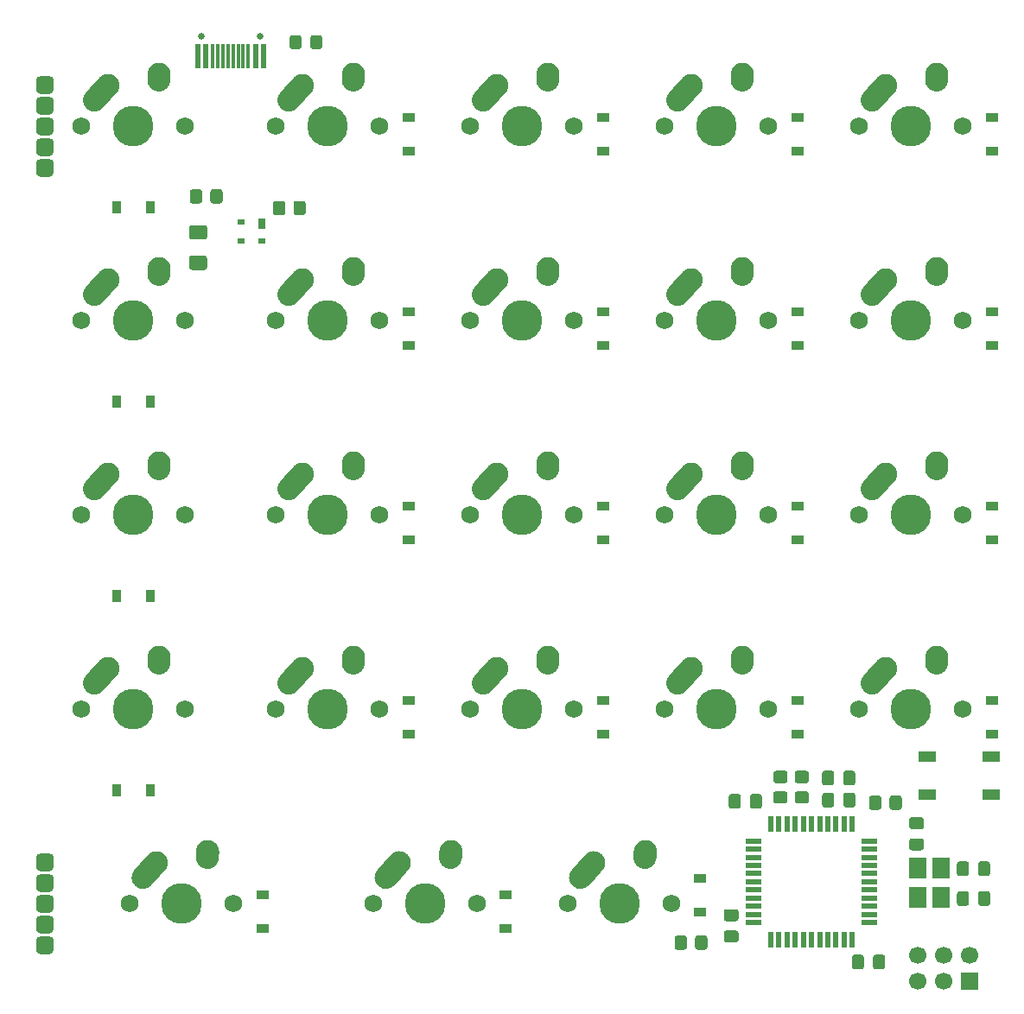
<source format=gbs>
%TF.GenerationSoftware,KiCad,Pcbnew,(5.1.12)-1*%
%TF.CreationDate,2022-01-05T00:46:49-05:00*%
%TF.ProjectId,gasket-2,6761736b-6574-42d3-922e-6b696361645f,rev?*%
%TF.SameCoordinates,Original*%
%TF.FileFunction,Soldermask,Bot*%
%TF.FilePolarity,Negative*%
%FSLAX46Y46*%
G04 Gerber Fmt 4.6, Leading zero omitted, Abs format (unit mm)*
G04 Created by KiCad (PCBNEW (5.1.12)-1) date 2022-01-05 00:46:49*
%MOMM*%
%LPD*%
G01*
G04 APERTURE LIST*
%ADD10C,1.750000*%
%ADD11C,2.250000*%
%ADD12C,3.987800*%
%ADD13R,1.800000X2.100000*%
%ADD14R,0.600000X2.450000*%
%ADD15R,0.300000X2.450000*%
%ADD16C,0.650000*%
%ADD17R,0.700000X0.600000*%
%ADD18R,0.700000X1.000000*%
%ADD19R,0.550000X1.500000*%
%ADD20R,1.500000X0.550000*%
%ADD21R,1.800000X1.100000*%
%ADD22R,1.700000X1.700000*%
%ADD23C,1.700000*%
%ADD24R,1.200000X0.900000*%
%ADD25R,0.900000X1.200000*%
G04 APERTURE END LIST*
D10*
%TO.C,MX25*%
X131286250Y-50006250D03*
X121126250Y-50006250D03*
D11*
X123706250Y-46006250D03*
D12*
X126206250Y-50006250D03*
G36*
G01*
X121644938Y-48303600D02*
X121644933Y-48303595D01*
G75*
G02*
X121558905Y-46714933I751317J837345D01*
G01*
X122868907Y-45254933D01*
G75*
G02*
X124457569Y-45168905I837345J-751317D01*
G01*
X124457569Y-45168905D01*
G75*
G02*
X124543597Y-46757567I-751317J-837345D01*
G01*
X123233595Y-48217567D01*
G75*
G02*
X121644933Y-48303595I-837345J751317D01*
G01*
G37*
D11*
X128746250Y-44926250D03*
G36*
G01*
X128629733Y-46628645D02*
X128628847Y-46628584D01*
G75*
G02*
X127583916Y-45428847I77403J1122334D01*
G01*
X127623916Y-44848847D01*
G75*
G02*
X128823653Y-43803916I1122334J-77403D01*
G01*
X128823653Y-43803916D01*
G75*
G02*
X129868584Y-45003653I-77403J-1122334D01*
G01*
X129828584Y-45583653D01*
G75*
G02*
X128628847Y-46628584I-1122334J77403D01*
G01*
G37*
%TD*%
D10*
%TO.C,MX26*%
X131286250Y-69056250D03*
X121126250Y-69056250D03*
D11*
X123706250Y-65056250D03*
D12*
X126206250Y-69056250D03*
G36*
G01*
X121644938Y-67353600D02*
X121644933Y-67353595D01*
G75*
G02*
X121558905Y-65764933I751317J837345D01*
G01*
X122868907Y-64304933D01*
G75*
G02*
X124457569Y-64218905I837345J-751317D01*
G01*
X124457569Y-64218905D01*
G75*
G02*
X124543597Y-65807567I-751317J-837345D01*
G01*
X123233595Y-67267567D01*
G75*
G02*
X121644933Y-67353595I-837345J751317D01*
G01*
G37*
D11*
X128746250Y-63976250D03*
G36*
G01*
X128629733Y-65678645D02*
X128628847Y-65678584D01*
G75*
G02*
X127583916Y-64478847I77403J1122334D01*
G01*
X127623916Y-63898847D01*
G75*
G02*
X128823653Y-62853916I1122334J-77403D01*
G01*
X128823653Y-62853916D01*
G75*
G02*
X129868584Y-64053653I-77403J-1122334D01*
G01*
X129828584Y-64633653D01*
G75*
G02*
X128628847Y-65678584I-1122334J77403D01*
G01*
G37*
%TD*%
%TO.C,M2*%
G36*
G01*
X118418300Y-102685850D02*
X118418300Y-103562150D01*
G75*
G02*
X117980150Y-104000300I-438150J0D01*
G01*
X117103850Y-104000300D01*
G75*
G02*
X116665700Y-103562150I0J438150D01*
G01*
X116665700Y-102685850D01*
G75*
G02*
X117103850Y-102247700I438150J0D01*
G01*
X117980150Y-102247700D01*
G75*
G02*
X118418300Y-102685850I0J-438150D01*
G01*
G37*
G36*
G01*
X118418300Y-104717850D02*
X118418300Y-105594150D01*
G75*
G02*
X117980150Y-106032300I-438150J0D01*
G01*
X117103850Y-106032300D01*
G75*
G02*
X116665700Y-105594150I0J438150D01*
G01*
X116665700Y-104717850D01*
G75*
G02*
X117103850Y-104279700I438150J0D01*
G01*
X117980150Y-104279700D01*
G75*
G02*
X118418300Y-104717850I0J-438150D01*
G01*
G37*
G36*
G01*
X118418300Y-106749850D02*
X118418300Y-107626150D01*
G75*
G02*
X117980150Y-108064300I-438150J0D01*
G01*
X117103850Y-108064300D01*
G75*
G02*
X116665700Y-107626150I0J438150D01*
G01*
X116665700Y-106749850D01*
G75*
G02*
X117103850Y-106311700I438150J0D01*
G01*
X117980150Y-106311700D01*
G75*
G02*
X118418300Y-106749850I0J-438150D01*
G01*
G37*
G36*
G01*
X118418300Y-108781850D02*
X118418300Y-109658150D01*
G75*
G02*
X117980150Y-110096300I-438150J0D01*
G01*
X117103850Y-110096300D01*
G75*
G02*
X116665700Y-109658150I0J438150D01*
G01*
X116665700Y-108781850D01*
G75*
G02*
X117103850Y-108343700I438150J0D01*
G01*
X117980150Y-108343700D01*
G75*
G02*
X118418300Y-108781850I0J-438150D01*
G01*
G37*
G36*
G01*
X118418300Y-110813850D02*
X118418300Y-111690150D01*
G75*
G02*
X117980150Y-112128300I-438150J0D01*
G01*
X117103850Y-112128300D01*
G75*
G02*
X116665700Y-111690150I0J438150D01*
G01*
X116665700Y-110813850D01*
G75*
G02*
X117103850Y-110375700I438150J0D01*
G01*
X117980150Y-110375700D01*
G75*
G02*
X118418300Y-110813850I0J-438150D01*
G01*
G37*
%TD*%
%TO.C,M1*%
G36*
G01*
X116663700Y-35490150D02*
X116663700Y-34613850D01*
G75*
G02*
X117101850Y-34175700I438150J0D01*
G01*
X117978150Y-34175700D01*
G75*
G02*
X118416300Y-34613850I0J-438150D01*
G01*
X118416300Y-35490150D01*
G75*
G02*
X117978150Y-35928300I-438150J0D01*
G01*
X117101850Y-35928300D01*
G75*
G02*
X116663700Y-35490150I0J438150D01*
G01*
G37*
G36*
G01*
X116663700Y-33458150D02*
X116663700Y-32581850D01*
G75*
G02*
X117101850Y-32143700I438150J0D01*
G01*
X117978150Y-32143700D01*
G75*
G02*
X118416300Y-32581850I0J-438150D01*
G01*
X118416300Y-33458150D01*
G75*
G02*
X117978150Y-33896300I-438150J0D01*
G01*
X117101850Y-33896300D01*
G75*
G02*
X116663700Y-33458150I0J438150D01*
G01*
G37*
G36*
G01*
X116663700Y-31426150D02*
X116663700Y-30549850D01*
G75*
G02*
X117101850Y-30111700I438150J0D01*
G01*
X117978150Y-30111700D01*
G75*
G02*
X118416300Y-30549850I0J-438150D01*
G01*
X118416300Y-31426150D01*
G75*
G02*
X117978150Y-31864300I-438150J0D01*
G01*
X117101850Y-31864300D01*
G75*
G02*
X116663700Y-31426150I0J438150D01*
G01*
G37*
G36*
G01*
X116663700Y-29394150D02*
X116663700Y-28517850D01*
G75*
G02*
X117101850Y-28079700I438150J0D01*
G01*
X117978150Y-28079700D01*
G75*
G02*
X118416300Y-28517850I0J-438150D01*
G01*
X118416300Y-29394150D01*
G75*
G02*
X117978150Y-29832300I-438150J0D01*
G01*
X117101850Y-29832300D01*
G75*
G02*
X116663700Y-29394150I0J438150D01*
G01*
G37*
G36*
G01*
X116663700Y-27362150D02*
X116663700Y-26485850D01*
G75*
G02*
X117101850Y-26047700I438150J0D01*
G01*
X117978150Y-26047700D01*
G75*
G02*
X118416300Y-26485850I0J-438150D01*
G01*
X118416300Y-27362150D01*
G75*
G02*
X117978150Y-27800300I-438150J0D01*
G01*
X117101850Y-27800300D01*
G75*
G02*
X116663700Y-27362150I0J438150D01*
G01*
G37*
%TD*%
D10*
%TO.C,MX24*%
X131286250Y-30956250D03*
X121126250Y-30956250D03*
D11*
X123706250Y-26956250D03*
D12*
X126206250Y-30956250D03*
G36*
G01*
X121644938Y-29253600D02*
X121644933Y-29253595D01*
G75*
G02*
X121558905Y-27664933I751317J837345D01*
G01*
X122868907Y-26204933D01*
G75*
G02*
X124457569Y-26118905I837345J-751317D01*
G01*
X124457569Y-26118905D01*
G75*
G02*
X124543597Y-27707567I-751317J-837345D01*
G01*
X123233595Y-29167567D01*
G75*
G02*
X121644933Y-29253595I-837345J751317D01*
G01*
G37*
D11*
X128746250Y-25876250D03*
G36*
G01*
X128629733Y-27578645D02*
X128628847Y-27578584D01*
G75*
G02*
X127583916Y-26378847I77403J1122334D01*
G01*
X127623916Y-25798847D01*
G75*
G02*
X128823653Y-24753916I1122334J-77403D01*
G01*
X128823653Y-24753916D01*
G75*
G02*
X129868584Y-25953653I-77403J-1122334D01*
G01*
X129828584Y-26533653D01*
G75*
G02*
X128628847Y-27578584I-1122334J77403D01*
G01*
G37*
%TD*%
%TO.C,FB1*%
G36*
G01*
X142670000Y-22282999D02*
X142670000Y-23183001D01*
G75*
G02*
X142420001Y-23433000I-249999J0D01*
G01*
X141769999Y-23433000D01*
G75*
G02*
X141520000Y-23183001I0J249999D01*
G01*
X141520000Y-22282999D01*
G75*
G02*
X141769999Y-22033000I249999J0D01*
G01*
X142420001Y-22033000D01*
G75*
G02*
X142670000Y-22282999I0J-249999D01*
G01*
G37*
G36*
G01*
X144720000Y-22282999D02*
X144720000Y-23183001D01*
G75*
G02*
X144470001Y-23433000I-249999J0D01*
G01*
X143819999Y-23433000D01*
G75*
G02*
X143570000Y-23183001I0J249999D01*
G01*
X143570000Y-22282999D01*
G75*
G02*
X143819999Y-22033000I249999J0D01*
G01*
X144470001Y-22033000D01*
G75*
G02*
X144720000Y-22282999I0J-249999D01*
G01*
G37*
%TD*%
D10*
%TO.C,MX46*%
X207486250Y-88106250D03*
X197326250Y-88106250D03*
D11*
X199906250Y-84106250D03*
D12*
X202406250Y-88106250D03*
G36*
G01*
X197844938Y-86403600D02*
X197844933Y-86403595D01*
G75*
G02*
X197758905Y-84814933I751317J837345D01*
G01*
X199068907Y-83354933D01*
G75*
G02*
X200657569Y-83268905I837345J-751317D01*
G01*
X200657569Y-83268905D01*
G75*
G02*
X200743597Y-84857567I-751317J-837345D01*
G01*
X199433595Y-86317567D01*
G75*
G02*
X197844933Y-86403595I-837345J751317D01*
G01*
G37*
D11*
X204946250Y-83026250D03*
G36*
G01*
X204829733Y-84728645D02*
X204828847Y-84728584D01*
G75*
G02*
X203783916Y-83528847I77403J1122334D01*
G01*
X203823916Y-82948847D01*
G75*
G02*
X205023653Y-81903916I1122334J-77403D01*
G01*
X205023653Y-81903916D01*
G75*
G02*
X206068584Y-83103653I-77403J-1122334D01*
G01*
X206028584Y-83683653D01*
G75*
G02*
X204828847Y-84728584I-1122334J77403D01*
G01*
G37*
%TD*%
D10*
%TO.C,MX42*%
X188436250Y-88106250D03*
X178276250Y-88106250D03*
D11*
X180856250Y-84106250D03*
D12*
X183356250Y-88106250D03*
G36*
G01*
X178794938Y-86403600D02*
X178794933Y-86403595D01*
G75*
G02*
X178708905Y-84814933I751317J837345D01*
G01*
X180018907Y-83354933D01*
G75*
G02*
X181607569Y-83268905I837345J-751317D01*
G01*
X181607569Y-83268905D01*
G75*
G02*
X181693597Y-84857567I-751317J-837345D01*
G01*
X180383595Y-86317567D01*
G75*
G02*
X178794933Y-86403595I-837345J751317D01*
G01*
G37*
D11*
X185896250Y-83026250D03*
G36*
G01*
X185779733Y-84728645D02*
X185778847Y-84728584D01*
G75*
G02*
X184733916Y-83528847I77403J1122334D01*
G01*
X184773916Y-82948847D01*
G75*
G02*
X185973653Y-81903916I1122334J-77403D01*
G01*
X185973653Y-81903916D01*
G75*
G02*
X187018584Y-83103653I-77403J-1122334D01*
G01*
X186978584Y-83683653D01*
G75*
G02*
X185778847Y-84728584I-1122334J77403D01*
G01*
G37*
%TD*%
D10*
%TO.C,MX39*%
X188436250Y-30956250D03*
X178276250Y-30956250D03*
D11*
X180856250Y-26956250D03*
D12*
X183356250Y-30956250D03*
G36*
G01*
X178794938Y-29253600D02*
X178794933Y-29253595D01*
G75*
G02*
X178708905Y-27664933I751317J837345D01*
G01*
X180018907Y-26204933D01*
G75*
G02*
X181607569Y-26118905I837345J-751317D01*
G01*
X181607569Y-26118905D01*
G75*
G02*
X181693597Y-27707567I-751317J-837345D01*
G01*
X180383595Y-29167567D01*
G75*
G02*
X178794933Y-29253595I-837345J751317D01*
G01*
G37*
D11*
X185896250Y-25876250D03*
G36*
G01*
X185779733Y-27578645D02*
X185778847Y-27578584D01*
G75*
G02*
X184733916Y-26378847I77403J1122334D01*
G01*
X184773916Y-25798847D01*
G75*
G02*
X185973653Y-24753916I1122334J-77403D01*
G01*
X185973653Y-24753916D01*
G75*
G02*
X187018584Y-25953653I-77403J-1122334D01*
G01*
X186978584Y-26533653D01*
G75*
G02*
X185778847Y-27578584I-1122334J77403D01*
G01*
G37*
%TD*%
D13*
%TO.C,Y1*%
X203066000Y-106606000D03*
X203066000Y-103706000D03*
X205366000Y-103706000D03*
X205366000Y-106606000D03*
%TD*%
D14*
%TO.C,USB1*%
X138956250Y-24070000D03*
X132506250Y-24070000D03*
X138181250Y-24070000D03*
X133281250Y-24070000D03*
D15*
X133981250Y-24070000D03*
X137481250Y-24070000D03*
X134481250Y-24070000D03*
X136981250Y-24070000D03*
X134981250Y-24070000D03*
X136481250Y-24070000D03*
X135981250Y-24070000D03*
X135481250Y-24070000D03*
D16*
X138621250Y-22125000D03*
X132841250Y-22125000D03*
%TD*%
D17*
%TO.C,U2*%
X136763250Y-42225000D03*
X138763250Y-42225000D03*
X136763250Y-40325000D03*
D18*
X138763250Y-40525000D03*
%TD*%
D19*
%TO.C,U1*%
X188659000Y-99329000D03*
X189459000Y-99329000D03*
X190259000Y-99329000D03*
X191059000Y-99329000D03*
X191859000Y-99329000D03*
X192659000Y-99329000D03*
X193459000Y-99329000D03*
X194259000Y-99329000D03*
X195059000Y-99329000D03*
X195859000Y-99329000D03*
X196659000Y-99329000D03*
D20*
X198359000Y-101029000D03*
X198359000Y-101829000D03*
X198359000Y-102629000D03*
X198359000Y-103429000D03*
X198359000Y-104229000D03*
X198359000Y-105029000D03*
X198359000Y-105829000D03*
X198359000Y-106629000D03*
X198359000Y-107429000D03*
X198359000Y-108229000D03*
X198359000Y-109029000D03*
D19*
X196659000Y-110729000D03*
X195859000Y-110729000D03*
X195059000Y-110729000D03*
X194259000Y-110729000D03*
X193459000Y-110729000D03*
X192659000Y-110729000D03*
X191859000Y-110729000D03*
X191059000Y-110729000D03*
X190259000Y-110729000D03*
X189459000Y-110729000D03*
X188659000Y-110729000D03*
D20*
X186959000Y-109029000D03*
X186959000Y-108229000D03*
X186959000Y-107429000D03*
X186959000Y-106629000D03*
X186959000Y-105829000D03*
X186959000Y-105029000D03*
X186959000Y-104229000D03*
X186959000Y-103429000D03*
X186959000Y-102629000D03*
X186959000Y-101829000D03*
X186959000Y-101029000D03*
%TD*%
D21*
%TO.C,SW1*%
X210237000Y-92765000D03*
X204037000Y-92765000D03*
X210237000Y-96465000D03*
X204037000Y-96465000D03*
%TD*%
%TO.C,R6*%
G36*
G01*
X192157001Y-97358000D02*
X191256999Y-97358000D01*
G75*
G02*
X191007000Y-97108001I0J249999D01*
G01*
X191007000Y-96407999D01*
G75*
G02*
X191256999Y-96158000I249999J0D01*
G01*
X192157001Y-96158000D01*
G75*
G02*
X192407000Y-96407999I0J-249999D01*
G01*
X192407000Y-97108001D01*
G75*
G02*
X192157001Y-97358000I-249999J0D01*
G01*
G37*
G36*
G01*
X192157001Y-95358000D02*
X191256999Y-95358000D01*
G75*
G02*
X191007000Y-95108001I0J249999D01*
G01*
X191007000Y-94407999D01*
G75*
G02*
X191256999Y-94158000I249999J0D01*
G01*
X192157001Y-94158000D01*
G75*
G02*
X192407000Y-94407999I0J-249999D01*
G01*
X192407000Y-95108001D01*
G75*
G02*
X192157001Y-95358000I-249999J0D01*
G01*
G37*
%TD*%
%TO.C,R5*%
G36*
G01*
X190061001Y-97358000D02*
X189160999Y-97358000D01*
G75*
G02*
X188911000Y-97108001I0J249999D01*
G01*
X188911000Y-96407999D01*
G75*
G02*
X189160999Y-96158000I249999J0D01*
G01*
X190061001Y-96158000D01*
G75*
G02*
X190311000Y-96407999I0J-249999D01*
G01*
X190311000Y-97108001D01*
G75*
G02*
X190061001Y-97358000I-249999J0D01*
G01*
G37*
G36*
G01*
X190061001Y-95358000D02*
X189160999Y-95358000D01*
G75*
G02*
X188911000Y-95108001I0J249999D01*
G01*
X188911000Y-94407999D01*
G75*
G02*
X189160999Y-94158000I249999J0D01*
G01*
X190061001Y-94158000D01*
G75*
G02*
X190311000Y-94407999I0J-249999D01*
G01*
X190311000Y-95108001D01*
G75*
G02*
X190061001Y-95358000I-249999J0D01*
G01*
G37*
%TD*%
%TO.C,R4*%
G36*
G01*
X132950000Y-37395999D02*
X132950000Y-38296001D01*
G75*
G02*
X132700001Y-38546000I-249999J0D01*
G01*
X131999999Y-38546000D01*
G75*
G02*
X131750000Y-38296001I0J249999D01*
G01*
X131750000Y-37395999D01*
G75*
G02*
X131999999Y-37146000I249999J0D01*
G01*
X132700001Y-37146000D01*
G75*
G02*
X132950000Y-37395999I0J-249999D01*
G01*
G37*
G36*
G01*
X134950000Y-37395999D02*
X134950000Y-38296001D01*
G75*
G02*
X134700001Y-38546000I-249999J0D01*
G01*
X133999999Y-38546000D01*
G75*
G02*
X133750000Y-38296001I0J249999D01*
G01*
X133750000Y-37395999D01*
G75*
G02*
X133999999Y-37146000I249999J0D01*
G01*
X134700001Y-37146000D01*
G75*
G02*
X134950000Y-37395999I0J-249999D01*
G01*
G37*
%TD*%
%TO.C,R3*%
G36*
G01*
X141894000Y-39439001D02*
X141894000Y-38538999D01*
G75*
G02*
X142143999Y-38289000I249999J0D01*
G01*
X142844001Y-38289000D01*
G75*
G02*
X143094000Y-38538999I0J-249999D01*
G01*
X143094000Y-39439001D01*
G75*
G02*
X142844001Y-39689000I-249999J0D01*
G01*
X142143999Y-39689000D01*
G75*
G02*
X141894000Y-39439001I0J249999D01*
G01*
G37*
G36*
G01*
X139894000Y-39439001D02*
X139894000Y-38538999D01*
G75*
G02*
X140143999Y-38289000I249999J0D01*
G01*
X140844001Y-38289000D01*
G75*
G02*
X141094000Y-38538999I0J-249999D01*
G01*
X141094000Y-39439001D01*
G75*
G02*
X140844001Y-39689000I-249999J0D01*
G01*
X140143999Y-39689000D01*
G75*
G02*
X139894000Y-39439001I0J249999D01*
G01*
G37*
%TD*%
%TO.C,R2*%
G36*
G01*
X179248000Y-111448001D02*
X179248000Y-110547999D01*
G75*
G02*
X179497999Y-110298000I249999J0D01*
G01*
X180198001Y-110298000D01*
G75*
G02*
X180448000Y-110547999I0J-249999D01*
G01*
X180448000Y-111448001D01*
G75*
G02*
X180198001Y-111698000I-249999J0D01*
G01*
X179497999Y-111698000D01*
G75*
G02*
X179248000Y-111448001I0J249999D01*
G01*
G37*
G36*
G01*
X181248000Y-111448001D02*
X181248000Y-110547999D01*
G75*
G02*
X181497999Y-110298000I249999J0D01*
G01*
X182198001Y-110298000D01*
G75*
G02*
X182448000Y-110547999I0J-249999D01*
G01*
X182448000Y-111448001D01*
G75*
G02*
X182198001Y-111698000I-249999J0D01*
G01*
X181497999Y-111698000D01*
G75*
G02*
X181248000Y-111448001I0J249999D01*
G01*
G37*
%TD*%
%TO.C,R1*%
G36*
G01*
X201498000Y-96831999D02*
X201498000Y-97732001D01*
G75*
G02*
X201248001Y-97982000I-249999J0D01*
G01*
X200547999Y-97982000D01*
G75*
G02*
X200298000Y-97732001I0J249999D01*
G01*
X200298000Y-96831999D01*
G75*
G02*
X200547999Y-96582000I249999J0D01*
G01*
X201248001Y-96582000D01*
G75*
G02*
X201498000Y-96831999I0J-249999D01*
G01*
G37*
G36*
G01*
X199498000Y-96831999D02*
X199498000Y-97732001D01*
G75*
G02*
X199248001Y-97982000I-249999J0D01*
G01*
X198547999Y-97982000D01*
G75*
G02*
X198298000Y-97732001I0J249999D01*
G01*
X198298000Y-96831999D01*
G75*
G02*
X198547999Y-96582000I249999J0D01*
G01*
X199248001Y-96582000D01*
G75*
G02*
X199498000Y-96831999I0J-249999D01*
G01*
G37*
%TD*%
D10*
%TO.C,MX45*%
X207486250Y-69056250D03*
X197326250Y-69056250D03*
D11*
X199906250Y-65056250D03*
D12*
X202406250Y-69056250D03*
G36*
G01*
X197844938Y-67353600D02*
X197844933Y-67353595D01*
G75*
G02*
X197758905Y-65764933I751317J837345D01*
G01*
X199068907Y-64304933D01*
G75*
G02*
X200657569Y-64218905I837345J-751317D01*
G01*
X200657569Y-64218905D01*
G75*
G02*
X200743597Y-65807567I-751317J-837345D01*
G01*
X199433595Y-67267567D01*
G75*
G02*
X197844933Y-67353595I-837345J751317D01*
G01*
G37*
D11*
X204946250Y-63976250D03*
G36*
G01*
X204829733Y-65678645D02*
X204828847Y-65678584D01*
G75*
G02*
X203783916Y-64478847I77403J1122334D01*
G01*
X203823916Y-63898847D01*
G75*
G02*
X205023653Y-62853916I1122334J-77403D01*
G01*
X205023653Y-62853916D01*
G75*
G02*
X206068584Y-64053653I-77403J-1122334D01*
G01*
X206028584Y-64633653D01*
G75*
G02*
X204828847Y-65678584I-1122334J77403D01*
G01*
G37*
%TD*%
D10*
%TO.C,MX44*%
X207486250Y-50006250D03*
X197326250Y-50006250D03*
D11*
X199906250Y-46006250D03*
D12*
X202406250Y-50006250D03*
G36*
G01*
X197844938Y-48303600D02*
X197844933Y-48303595D01*
G75*
G02*
X197758905Y-46714933I751317J837345D01*
G01*
X199068907Y-45254933D01*
G75*
G02*
X200657569Y-45168905I837345J-751317D01*
G01*
X200657569Y-45168905D01*
G75*
G02*
X200743597Y-46757567I-751317J-837345D01*
G01*
X199433595Y-48217567D01*
G75*
G02*
X197844933Y-48303595I-837345J751317D01*
G01*
G37*
D11*
X204946250Y-44926250D03*
G36*
G01*
X204829733Y-46628645D02*
X204828847Y-46628584D01*
G75*
G02*
X203783916Y-45428847I77403J1122334D01*
G01*
X203823916Y-44848847D01*
G75*
G02*
X205023653Y-43803916I1122334J-77403D01*
G01*
X205023653Y-43803916D01*
G75*
G02*
X206068584Y-45003653I-77403J-1122334D01*
G01*
X206028584Y-45583653D01*
G75*
G02*
X204828847Y-46628584I-1122334J77403D01*
G01*
G37*
%TD*%
D10*
%TO.C,MX43*%
X207486250Y-30956250D03*
X197326250Y-30956250D03*
D11*
X199906250Y-26956250D03*
D12*
X202406250Y-30956250D03*
G36*
G01*
X197844938Y-29253600D02*
X197844933Y-29253595D01*
G75*
G02*
X197758905Y-27664933I751317J837345D01*
G01*
X199068907Y-26204933D01*
G75*
G02*
X200657569Y-26118905I837345J-751317D01*
G01*
X200657569Y-26118905D01*
G75*
G02*
X200743597Y-27707567I-751317J-837345D01*
G01*
X199433595Y-29167567D01*
G75*
G02*
X197844933Y-29253595I-837345J751317D01*
G01*
G37*
D11*
X204946250Y-25876250D03*
G36*
G01*
X204829733Y-27578645D02*
X204828847Y-27578584D01*
G75*
G02*
X203783916Y-26378847I77403J1122334D01*
G01*
X203823916Y-25798847D01*
G75*
G02*
X205023653Y-24753916I1122334J-77403D01*
G01*
X205023653Y-24753916D01*
G75*
G02*
X206068584Y-25953653I-77403J-1122334D01*
G01*
X206028584Y-26533653D01*
G75*
G02*
X204828847Y-27578584I-1122334J77403D01*
G01*
G37*
%TD*%
D10*
%TO.C,MX41*%
X188436250Y-69056250D03*
X178276250Y-69056250D03*
D11*
X180856250Y-65056250D03*
D12*
X183356250Y-69056250D03*
G36*
G01*
X178794938Y-67353600D02*
X178794933Y-67353595D01*
G75*
G02*
X178708905Y-65764933I751317J837345D01*
G01*
X180018907Y-64304933D01*
G75*
G02*
X181607569Y-64218905I837345J-751317D01*
G01*
X181607569Y-64218905D01*
G75*
G02*
X181693597Y-65807567I-751317J-837345D01*
G01*
X180383595Y-67267567D01*
G75*
G02*
X178794933Y-67353595I-837345J751317D01*
G01*
G37*
D11*
X185896250Y-63976250D03*
G36*
G01*
X185779733Y-65678645D02*
X185778847Y-65678584D01*
G75*
G02*
X184733916Y-64478847I77403J1122334D01*
G01*
X184773916Y-63898847D01*
G75*
G02*
X185973653Y-62853916I1122334J-77403D01*
G01*
X185973653Y-62853916D01*
G75*
G02*
X187018584Y-64053653I-77403J-1122334D01*
G01*
X186978584Y-64633653D01*
G75*
G02*
X185778847Y-65678584I-1122334J77403D01*
G01*
G37*
%TD*%
D10*
%TO.C,MX40*%
X188436250Y-50006250D03*
X178276250Y-50006250D03*
D11*
X180856250Y-46006250D03*
D12*
X183356250Y-50006250D03*
G36*
G01*
X178794938Y-48303600D02*
X178794933Y-48303595D01*
G75*
G02*
X178708905Y-46714933I751317J837345D01*
G01*
X180018907Y-45254933D01*
G75*
G02*
X181607569Y-45168905I837345J-751317D01*
G01*
X181607569Y-45168905D01*
G75*
G02*
X181693597Y-46757567I-751317J-837345D01*
G01*
X180383595Y-48217567D01*
G75*
G02*
X178794933Y-48303595I-837345J751317D01*
G01*
G37*
D11*
X185896250Y-44926250D03*
G36*
G01*
X185779733Y-46628645D02*
X185778847Y-46628584D01*
G75*
G02*
X184733916Y-45428847I77403J1122334D01*
G01*
X184773916Y-44848847D01*
G75*
G02*
X185973653Y-43803916I1122334J-77403D01*
G01*
X185973653Y-43803916D01*
G75*
G02*
X187018584Y-45003653I-77403J-1122334D01*
G01*
X186978584Y-45583653D01*
G75*
G02*
X185778847Y-46628584I-1122334J77403D01*
G01*
G37*
%TD*%
D10*
%TO.C,MX38*%
X178911250Y-107156250D03*
X168751250Y-107156250D03*
D11*
X171331250Y-103156250D03*
D12*
X173831250Y-107156250D03*
G36*
G01*
X169269938Y-105453600D02*
X169269933Y-105453595D01*
G75*
G02*
X169183905Y-103864933I751317J837345D01*
G01*
X170493907Y-102404933D01*
G75*
G02*
X172082569Y-102318905I837345J-751317D01*
G01*
X172082569Y-102318905D01*
G75*
G02*
X172168597Y-103907567I-751317J-837345D01*
G01*
X170858595Y-105367567D01*
G75*
G02*
X169269933Y-105453595I-837345J751317D01*
G01*
G37*
D11*
X176371250Y-102076250D03*
G36*
G01*
X176254733Y-103778645D02*
X176253847Y-103778584D01*
G75*
G02*
X175208916Y-102578847I77403J1122334D01*
G01*
X175248916Y-101998847D01*
G75*
G02*
X176448653Y-100953916I1122334J-77403D01*
G01*
X176448653Y-100953916D01*
G75*
G02*
X177493584Y-102153653I-77403J-1122334D01*
G01*
X177453584Y-102733653D01*
G75*
G02*
X176253847Y-103778584I-1122334J77403D01*
G01*
G37*
%TD*%
D10*
%TO.C,MX37*%
X169386250Y-88106250D03*
X159226250Y-88106250D03*
D11*
X161806250Y-84106250D03*
D12*
X164306250Y-88106250D03*
G36*
G01*
X159744938Y-86403600D02*
X159744933Y-86403595D01*
G75*
G02*
X159658905Y-84814933I751317J837345D01*
G01*
X160968907Y-83354933D01*
G75*
G02*
X162557569Y-83268905I837345J-751317D01*
G01*
X162557569Y-83268905D01*
G75*
G02*
X162643597Y-84857567I-751317J-837345D01*
G01*
X161333595Y-86317567D01*
G75*
G02*
X159744933Y-86403595I-837345J751317D01*
G01*
G37*
D11*
X166846250Y-83026250D03*
G36*
G01*
X166729733Y-84728645D02*
X166728847Y-84728584D01*
G75*
G02*
X165683916Y-83528847I77403J1122334D01*
G01*
X165723916Y-82948847D01*
G75*
G02*
X166923653Y-81903916I1122334J-77403D01*
G01*
X166923653Y-81903916D01*
G75*
G02*
X167968584Y-83103653I-77403J-1122334D01*
G01*
X167928584Y-83683653D01*
G75*
G02*
X166728847Y-84728584I-1122334J77403D01*
G01*
G37*
%TD*%
D10*
%TO.C,MX36*%
X169386250Y-69056250D03*
X159226250Y-69056250D03*
D11*
X161806250Y-65056250D03*
D12*
X164306250Y-69056250D03*
G36*
G01*
X159744938Y-67353600D02*
X159744933Y-67353595D01*
G75*
G02*
X159658905Y-65764933I751317J837345D01*
G01*
X160968907Y-64304933D01*
G75*
G02*
X162557569Y-64218905I837345J-751317D01*
G01*
X162557569Y-64218905D01*
G75*
G02*
X162643597Y-65807567I-751317J-837345D01*
G01*
X161333595Y-67267567D01*
G75*
G02*
X159744933Y-67353595I-837345J751317D01*
G01*
G37*
D11*
X166846250Y-63976250D03*
G36*
G01*
X166729733Y-65678645D02*
X166728847Y-65678584D01*
G75*
G02*
X165683916Y-64478847I77403J1122334D01*
G01*
X165723916Y-63898847D01*
G75*
G02*
X166923653Y-62853916I1122334J-77403D01*
G01*
X166923653Y-62853916D01*
G75*
G02*
X167968584Y-64053653I-77403J-1122334D01*
G01*
X167928584Y-64633653D01*
G75*
G02*
X166728847Y-65678584I-1122334J77403D01*
G01*
G37*
%TD*%
D10*
%TO.C,MX35*%
X169386250Y-50006250D03*
X159226250Y-50006250D03*
D11*
X161806250Y-46006250D03*
D12*
X164306250Y-50006250D03*
G36*
G01*
X159744938Y-48303600D02*
X159744933Y-48303595D01*
G75*
G02*
X159658905Y-46714933I751317J837345D01*
G01*
X160968907Y-45254933D01*
G75*
G02*
X162557569Y-45168905I837345J-751317D01*
G01*
X162557569Y-45168905D01*
G75*
G02*
X162643597Y-46757567I-751317J-837345D01*
G01*
X161333595Y-48217567D01*
G75*
G02*
X159744933Y-48303595I-837345J751317D01*
G01*
G37*
D11*
X166846250Y-44926250D03*
G36*
G01*
X166729733Y-46628645D02*
X166728847Y-46628584D01*
G75*
G02*
X165683916Y-45428847I77403J1122334D01*
G01*
X165723916Y-44848847D01*
G75*
G02*
X166923653Y-43803916I1122334J-77403D01*
G01*
X166923653Y-43803916D01*
G75*
G02*
X167968584Y-45003653I-77403J-1122334D01*
G01*
X167928584Y-45583653D01*
G75*
G02*
X166728847Y-46628584I-1122334J77403D01*
G01*
G37*
%TD*%
D10*
%TO.C,MX34*%
X169386250Y-30956250D03*
X159226250Y-30956250D03*
D11*
X161806250Y-26956250D03*
D12*
X164306250Y-30956250D03*
G36*
G01*
X159744938Y-29253600D02*
X159744933Y-29253595D01*
G75*
G02*
X159658905Y-27664933I751317J837345D01*
G01*
X160968907Y-26204933D01*
G75*
G02*
X162557569Y-26118905I837345J-751317D01*
G01*
X162557569Y-26118905D01*
G75*
G02*
X162643597Y-27707567I-751317J-837345D01*
G01*
X161333595Y-29167567D01*
G75*
G02*
X159744933Y-29253595I-837345J751317D01*
G01*
G37*
D11*
X166846250Y-25876250D03*
G36*
G01*
X166729733Y-27578645D02*
X166728847Y-27578584D01*
G75*
G02*
X165683916Y-26378847I77403J1122334D01*
G01*
X165723916Y-25798847D01*
G75*
G02*
X166923653Y-24753916I1122334J-77403D01*
G01*
X166923653Y-24753916D01*
G75*
G02*
X167968584Y-25953653I-77403J-1122334D01*
G01*
X167928584Y-26533653D01*
G75*
G02*
X166728847Y-27578584I-1122334J77403D01*
G01*
G37*
%TD*%
D10*
%TO.C,MX33*%
X159861250Y-107156250D03*
X149701250Y-107156250D03*
D11*
X152281250Y-103156250D03*
D12*
X154781250Y-107156250D03*
G36*
G01*
X150219938Y-105453600D02*
X150219933Y-105453595D01*
G75*
G02*
X150133905Y-103864933I751317J837345D01*
G01*
X151443907Y-102404933D01*
G75*
G02*
X153032569Y-102318905I837345J-751317D01*
G01*
X153032569Y-102318905D01*
G75*
G02*
X153118597Y-103907567I-751317J-837345D01*
G01*
X151808595Y-105367567D01*
G75*
G02*
X150219933Y-105453595I-837345J751317D01*
G01*
G37*
D11*
X157321250Y-102076250D03*
G36*
G01*
X157204733Y-103778645D02*
X157203847Y-103778584D01*
G75*
G02*
X156158916Y-102578847I77403J1122334D01*
G01*
X156198916Y-101998847D01*
G75*
G02*
X157398653Y-100953916I1122334J-77403D01*
G01*
X157398653Y-100953916D01*
G75*
G02*
X158443584Y-102153653I-77403J-1122334D01*
G01*
X158403584Y-102733653D01*
G75*
G02*
X157203847Y-103778584I-1122334J77403D01*
G01*
G37*
%TD*%
D10*
%TO.C,MX32*%
X150336250Y-88106250D03*
X140176250Y-88106250D03*
D11*
X142756250Y-84106250D03*
D12*
X145256250Y-88106250D03*
G36*
G01*
X140694938Y-86403600D02*
X140694933Y-86403595D01*
G75*
G02*
X140608905Y-84814933I751317J837345D01*
G01*
X141918907Y-83354933D01*
G75*
G02*
X143507569Y-83268905I837345J-751317D01*
G01*
X143507569Y-83268905D01*
G75*
G02*
X143593597Y-84857567I-751317J-837345D01*
G01*
X142283595Y-86317567D01*
G75*
G02*
X140694933Y-86403595I-837345J751317D01*
G01*
G37*
D11*
X147796250Y-83026250D03*
G36*
G01*
X147679733Y-84728645D02*
X147678847Y-84728584D01*
G75*
G02*
X146633916Y-83528847I77403J1122334D01*
G01*
X146673916Y-82948847D01*
G75*
G02*
X147873653Y-81903916I1122334J-77403D01*
G01*
X147873653Y-81903916D01*
G75*
G02*
X148918584Y-83103653I-77403J-1122334D01*
G01*
X148878584Y-83683653D01*
G75*
G02*
X147678847Y-84728584I-1122334J77403D01*
G01*
G37*
%TD*%
D10*
%TO.C,MX31*%
X150336250Y-69056250D03*
X140176250Y-69056250D03*
D11*
X142756250Y-65056250D03*
D12*
X145256250Y-69056250D03*
G36*
G01*
X140694938Y-67353600D02*
X140694933Y-67353595D01*
G75*
G02*
X140608905Y-65764933I751317J837345D01*
G01*
X141918907Y-64304933D01*
G75*
G02*
X143507569Y-64218905I837345J-751317D01*
G01*
X143507569Y-64218905D01*
G75*
G02*
X143593597Y-65807567I-751317J-837345D01*
G01*
X142283595Y-67267567D01*
G75*
G02*
X140694933Y-67353595I-837345J751317D01*
G01*
G37*
D11*
X147796250Y-63976250D03*
G36*
G01*
X147679733Y-65678645D02*
X147678847Y-65678584D01*
G75*
G02*
X146633916Y-64478847I77403J1122334D01*
G01*
X146673916Y-63898847D01*
G75*
G02*
X147873653Y-62853916I1122334J-77403D01*
G01*
X147873653Y-62853916D01*
G75*
G02*
X148918584Y-64053653I-77403J-1122334D01*
G01*
X148878584Y-64633653D01*
G75*
G02*
X147678847Y-65678584I-1122334J77403D01*
G01*
G37*
%TD*%
D10*
%TO.C,MX30*%
X150336250Y-50006250D03*
X140176250Y-50006250D03*
D11*
X142756250Y-46006250D03*
D12*
X145256250Y-50006250D03*
G36*
G01*
X140694938Y-48303600D02*
X140694933Y-48303595D01*
G75*
G02*
X140608905Y-46714933I751317J837345D01*
G01*
X141918907Y-45254933D01*
G75*
G02*
X143507569Y-45168905I837345J-751317D01*
G01*
X143507569Y-45168905D01*
G75*
G02*
X143593597Y-46757567I-751317J-837345D01*
G01*
X142283595Y-48217567D01*
G75*
G02*
X140694933Y-48303595I-837345J751317D01*
G01*
G37*
D11*
X147796250Y-44926250D03*
G36*
G01*
X147679733Y-46628645D02*
X147678847Y-46628584D01*
G75*
G02*
X146633916Y-45428847I77403J1122334D01*
G01*
X146673916Y-44848847D01*
G75*
G02*
X147873653Y-43803916I1122334J-77403D01*
G01*
X147873653Y-43803916D01*
G75*
G02*
X148918584Y-45003653I-77403J-1122334D01*
G01*
X148878584Y-45583653D01*
G75*
G02*
X147678847Y-46628584I-1122334J77403D01*
G01*
G37*
%TD*%
D10*
%TO.C,MX29*%
X150336250Y-30956250D03*
X140176250Y-30956250D03*
D11*
X142756250Y-26956250D03*
D12*
X145256250Y-30956250D03*
G36*
G01*
X140694938Y-29253600D02*
X140694933Y-29253595D01*
G75*
G02*
X140608905Y-27664933I751317J837345D01*
G01*
X141918907Y-26204933D01*
G75*
G02*
X143507569Y-26118905I837345J-751317D01*
G01*
X143507569Y-26118905D01*
G75*
G02*
X143593597Y-27707567I-751317J-837345D01*
G01*
X142283595Y-29167567D01*
G75*
G02*
X140694933Y-29253595I-837345J751317D01*
G01*
G37*
D11*
X147796250Y-25876250D03*
G36*
G01*
X147679733Y-27578645D02*
X147678847Y-27578584D01*
G75*
G02*
X146633916Y-26378847I77403J1122334D01*
G01*
X146673916Y-25798847D01*
G75*
G02*
X147873653Y-24753916I1122334J-77403D01*
G01*
X147873653Y-24753916D01*
G75*
G02*
X148918584Y-25953653I-77403J-1122334D01*
G01*
X148878584Y-26533653D01*
G75*
G02*
X147678847Y-27578584I-1122334J77403D01*
G01*
G37*
%TD*%
D10*
%TO.C,MX28*%
X136048750Y-107156250D03*
X125888750Y-107156250D03*
D11*
X128468750Y-103156250D03*
D12*
X130968750Y-107156250D03*
G36*
G01*
X126407438Y-105453600D02*
X126407433Y-105453595D01*
G75*
G02*
X126321405Y-103864933I751317J837345D01*
G01*
X127631407Y-102404933D01*
G75*
G02*
X129220069Y-102318905I837345J-751317D01*
G01*
X129220069Y-102318905D01*
G75*
G02*
X129306097Y-103907567I-751317J-837345D01*
G01*
X127996095Y-105367567D01*
G75*
G02*
X126407433Y-105453595I-837345J751317D01*
G01*
G37*
D11*
X133508750Y-102076250D03*
G36*
G01*
X133392233Y-103778645D02*
X133391347Y-103778584D01*
G75*
G02*
X132346416Y-102578847I77403J1122334D01*
G01*
X132386416Y-101998847D01*
G75*
G02*
X133586153Y-100953916I1122334J-77403D01*
G01*
X133586153Y-100953916D01*
G75*
G02*
X134631084Y-102153653I-77403J-1122334D01*
G01*
X134591084Y-102733653D01*
G75*
G02*
X133391347Y-103778584I-1122334J77403D01*
G01*
G37*
%TD*%
D10*
%TO.C,MX27*%
X131286250Y-88106250D03*
X121126250Y-88106250D03*
D11*
X123706250Y-84106250D03*
D12*
X126206250Y-88106250D03*
G36*
G01*
X121644938Y-86403600D02*
X121644933Y-86403595D01*
G75*
G02*
X121558905Y-84814933I751317J837345D01*
G01*
X122868907Y-83354933D01*
G75*
G02*
X124457569Y-83268905I837345J-751317D01*
G01*
X124457569Y-83268905D01*
G75*
G02*
X124543597Y-84857567I-751317J-837345D01*
G01*
X123233595Y-86317567D01*
G75*
G02*
X121644933Y-86403595I-837345J751317D01*
G01*
G37*
D11*
X128746250Y-83026250D03*
G36*
G01*
X128629733Y-84728645D02*
X128628847Y-84728584D01*
G75*
G02*
X127583916Y-83528847I77403J1122334D01*
G01*
X127623916Y-82948847D01*
G75*
G02*
X128823653Y-81903916I1122334J-77403D01*
G01*
X128823653Y-81903916D01*
G75*
G02*
X129868584Y-83103653I-77403J-1122334D01*
G01*
X129828584Y-83683653D01*
G75*
G02*
X128628847Y-84728584I-1122334J77403D01*
G01*
G37*
%TD*%
D22*
%TO.C,J1*%
X208121250Y-114776250D03*
D23*
X208121250Y-112236250D03*
X205581250Y-114776250D03*
X205581250Y-112236250D03*
X203041250Y-114776250D03*
X203041250Y-112236250D03*
%TD*%
%TO.C,F1*%
G36*
G01*
X133181250Y-42087500D02*
X131931250Y-42087500D01*
G75*
G02*
X131681250Y-41837500I0J250000D01*
G01*
X131681250Y-40912500D01*
G75*
G02*
X131931250Y-40662500I250000J0D01*
G01*
X133181250Y-40662500D01*
G75*
G02*
X133431250Y-40912500I0J-250000D01*
G01*
X133431250Y-41837500D01*
G75*
G02*
X133181250Y-42087500I-250000J0D01*
G01*
G37*
G36*
G01*
X133181250Y-45062500D02*
X131931250Y-45062500D01*
G75*
G02*
X131681250Y-44812500I0J250000D01*
G01*
X131681250Y-43887500D01*
G75*
G02*
X131931250Y-43637500I250000J0D01*
G01*
X133181250Y-43637500D01*
G75*
G02*
X133431250Y-43887500I0J-250000D01*
G01*
X133431250Y-44812500D01*
G75*
G02*
X133181250Y-45062500I-250000J0D01*
G01*
G37*
%TD*%
D24*
%TO.C,D46*%
X210343750Y-87250000D03*
X210343750Y-90550000D03*
%TD*%
%TO.C,D45*%
X210343750Y-68200000D03*
X210343750Y-71500000D03*
%TD*%
%TO.C,D44*%
X210343750Y-49150000D03*
X210343750Y-52450000D03*
%TD*%
%TO.C,D43*%
X210343750Y-30100000D03*
X210343750Y-33400000D03*
%TD*%
%TO.C,D42*%
X191293750Y-87250000D03*
X191293750Y-90550000D03*
%TD*%
%TO.C,D41*%
X191293750Y-68200000D03*
X191293750Y-71500000D03*
%TD*%
%TO.C,D40*%
X191293750Y-49150000D03*
X191293750Y-52450000D03*
%TD*%
%TO.C,D39*%
X191293750Y-30100000D03*
X191293750Y-33400000D03*
%TD*%
%TO.C,D38*%
X181768750Y-104712500D03*
X181768750Y-108012500D03*
%TD*%
%TO.C,D37*%
X172243750Y-87250000D03*
X172243750Y-90550000D03*
%TD*%
%TO.C,D36*%
X172243750Y-68200000D03*
X172243750Y-71500000D03*
%TD*%
%TO.C,D35*%
X172243750Y-49150000D03*
X172243750Y-52450000D03*
%TD*%
%TO.C,D34*%
X172243750Y-30100000D03*
X172243750Y-33400000D03*
%TD*%
%TO.C,D33*%
X162718750Y-106300000D03*
X162718750Y-109600000D03*
%TD*%
%TO.C,D32*%
X153193750Y-87250000D03*
X153193750Y-90550000D03*
%TD*%
%TO.C,D31*%
X153193750Y-68200000D03*
X153193750Y-71500000D03*
%TD*%
%TO.C,D30*%
X153193750Y-49150000D03*
X153193750Y-52450000D03*
%TD*%
%TO.C,D29*%
X153193750Y-30100000D03*
X153193750Y-33400000D03*
%TD*%
%TO.C,D28*%
X138906250Y-106300000D03*
X138906250Y-109600000D03*
%TD*%
D25*
%TO.C,D27*%
X127856250Y-96043750D03*
X124556250Y-96043750D03*
%TD*%
%TO.C,D26*%
X127856250Y-76993750D03*
X124556250Y-76993750D03*
%TD*%
%TO.C,D25*%
X127856250Y-57943750D03*
X124556250Y-57943750D03*
%TD*%
%TO.C,D24*%
X127856250Y-38893750D03*
X124556250Y-38893750D03*
%TD*%
%TO.C,C8*%
G36*
G01*
X187807000Y-96680000D02*
X187807000Y-97630000D01*
G75*
G02*
X187557000Y-97880000I-250000J0D01*
G01*
X186882000Y-97880000D01*
G75*
G02*
X186632000Y-97630000I0J250000D01*
G01*
X186632000Y-96680000D01*
G75*
G02*
X186882000Y-96430000I250000J0D01*
G01*
X187557000Y-96430000D01*
G75*
G02*
X187807000Y-96680000I0J-250000D01*
G01*
G37*
G36*
G01*
X185732000Y-96680000D02*
X185732000Y-97630000D01*
G75*
G02*
X185482000Y-97880000I-250000J0D01*
G01*
X184807000Y-97880000D01*
G75*
G02*
X184557000Y-97630000I0J250000D01*
G01*
X184557000Y-96680000D01*
G75*
G02*
X184807000Y-96430000I250000J0D01*
G01*
X185482000Y-96430000D01*
G75*
G02*
X185732000Y-96680000I0J-250000D01*
G01*
G37*
%TD*%
%TO.C,C7*%
G36*
G01*
X185260000Y-110972000D02*
X184310000Y-110972000D01*
G75*
G02*
X184060000Y-110722000I0J250000D01*
G01*
X184060000Y-110047000D01*
G75*
G02*
X184310000Y-109797000I250000J0D01*
G01*
X185260000Y-109797000D01*
G75*
G02*
X185510000Y-110047000I0J-250000D01*
G01*
X185510000Y-110722000D01*
G75*
G02*
X185260000Y-110972000I-250000J0D01*
G01*
G37*
G36*
G01*
X185260000Y-108897000D02*
X184310000Y-108897000D01*
G75*
G02*
X184060000Y-108647000I0J250000D01*
G01*
X184060000Y-107972000D01*
G75*
G02*
X184310000Y-107722000I250000J0D01*
G01*
X185260000Y-107722000D01*
G75*
G02*
X185510000Y-107972000I0J-250000D01*
G01*
X185510000Y-108647000D01*
G75*
G02*
X185260000Y-108897000I-250000J0D01*
G01*
G37*
%TD*%
%TO.C,C6*%
G36*
G01*
X202471000Y-98705000D02*
X203421000Y-98705000D01*
G75*
G02*
X203671000Y-98955000I0J-250000D01*
G01*
X203671000Y-99630000D01*
G75*
G02*
X203421000Y-99880000I-250000J0D01*
G01*
X202471000Y-99880000D01*
G75*
G02*
X202221000Y-99630000I0J250000D01*
G01*
X202221000Y-98955000D01*
G75*
G02*
X202471000Y-98705000I250000J0D01*
G01*
G37*
G36*
G01*
X202471000Y-100780000D02*
X203421000Y-100780000D01*
G75*
G02*
X203671000Y-101030000I0J-250000D01*
G01*
X203671000Y-101705000D01*
G75*
G02*
X203421000Y-101955000I-250000J0D01*
G01*
X202471000Y-101955000D01*
G75*
G02*
X202221000Y-101705000I0J250000D01*
G01*
X202221000Y-101030000D01*
G75*
G02*
X202471000Y-100780000I250000J0D01*
G01*
G37*
%TD*%
%TO.C,C5*%
G36*
G01*
X196951000Y-96553000D02*
X196951000Y-97503000D01*
G75*
G02*
X196701000Y-97753000I-250000J0D01*
G01*
X196026000Y-97753000D01*
G75*
G02*
X195776000Y-97503000I0J250000D01*
G01*
X195776000Y-96553000D01*
G75*
G02*
X196026000Y-96303000I250000J0D01*
G01*
X196701000Y-96303000D01*
G75*
G02*
X196951000Y-96553000I0J-250000D01*
G01*
G37*
G36*
G01*
X194876000Y-96553000D02*
X194876000Y-97503000D01*
G75*
G02*
X194626000Y-97753000I-250000J0D01*
G01*
X193951000Y-97753000D01*
G75*
G02*
X193701000Y-97503000I0J250000D01*
G01*
X193701000Y-96553000D01*
G75*
G02*
X193951000Y-96303000I250000J0D01*
G01*
X194626000Y-96303000D01*
G75*
G02*
X194876000Y-96553000I0J-250000D01*
G01*
G37*
%TD*%
%TO.C,C4*%
G36*
G01*
X193701000Y-95344000D02*
X193701000Y-94394000D01*
G75*
G02*
X193951000Y-94144000I250000J0D01*
G01*
X194626000Y-94144000D01*
G75*
G02*
X194876000Y-94394000I0J-250000D01*
G01*
X194876000Y-95344000D01*
G75*
G02*
X194626000Y-95594000I-250000J0D01*
G01*
X193951000Y-95594000D01*
G75*
G02*
X193701000Y-95344000I0J250000D01*
G01*
G37*
G36*
G01*
X195776000Y-95344000D02*
X195776000Y-94394000D01*
G75*
G02*
X196026000Y-94144000I250000J0D01*
G01*
X196701000Y-94144000D01*
G75*
G02*
X196951000Y-94394000I0J-250000D01*
G01*
X196951000Y-95344000D01*
G75*
G02*
X196701000Y-95594000I-250000J0D01*
G01*
X196026000Y-95594000D01*
G75*
G02*
X195776000Y-95344000I0J250000D01*
G01*
G37*
%TD*%
%TO.C,C3*%
G36*
G01*
X196622000Y-113378000D02*
X196622000Y-112428000D01*
G75*
G02*
X196872000Y-112178000I250000J0D01*
G01*
X197547000Y-112178000D01*
G75*
G02*
X197797000Y-112428000I0J-250000D01*
G01*
X197797000Y-113378000D01*
G75*
G02*
X197547000Y-113628000I-250000J0D01*
G01*
X196872000Y-113628000D01*
G75*
G02*
X196622000Y-113378000I0J250000D01*
G01*
G37*
G36*
G01*
X198697000Y-113378000D02*
X198697000Y-112428000D01*
G75*
G02*
X198947000Y-112178000I250000J0D01*
G01*
X199622000Y-112178000D01*
G75*
G02*
X199872000Y-112428000I0J-250000D01*
G01*
X199872000Y-113378000D01*
G75*
G02*
X199622000Y-113628000I-250000J0D01*
G01*
X198947000Y-113628000D01*
G75*
G02*
X198697000Y-113378000I0J250000D01*
G01*
G37*
%TD*%
%TO.C,C2*%
G36*
G01*
X206909000Y-104234000D02*
X206909000Y-103284000D01*
G75*
G02*
X207159000Y-103034000I250000J0D01*
G01*
X207834000Y-103034000D01*
G75*
G02*
X208084000Y-103284000I0J-250000D01*
G01*
X208084000Y-104234000D01*
G75*
G02*
X207834000Y-104484000I-250000J0D01*
G01*
X207159000Y-104484000D01*
G75*
G02*
X206909000Y-104234000I0J250000D01*
G01*
G37*
G36*
G01*
X208984000Y-104234000D02*
X208984000Y-103284000D01*
G75*
G02*
X209234000Y-103034000I250000J0D01*
G01*
X209909000Y-103034000D01*
G75*
G02*
X210159000Y-103284000I0J-250000D01*
G01*
X210159000Y-104234000D01*
G75*
G02*
X209909000Y-104484000I-250000J0D01*
G01*
X209234000Y-104484000D01*
G75*
G02*
X208984000Y-104234000I0J250000D01*
G01*
G37*
%TD*%
%TO.C,C1*%
G36*
G01*
X206909000Y-107155000D02*
X206909000Y-106205000D01*
G75*
G02*
X207159000Y-105955000I250000J0D01*
G01*
X207834000Y-105955000D01*
G75*
G02*
X208084000Y-106205000I0J-250000D01*
G01*
X208084000Y-107155000D01*
G75*
G02*
X207834000Y-107405000I-250000J0D01*
G01*
X207159000Y-107405000D01*
G75*
G02*
X206909000Y-107155000I0J250000D01*
G01*
G37*
G36*
G01*
X208984000Y-107155000D02*
X208984000Y-106205000D01*
G75*
G02*
X209234000Y-105955000I250000J0D01*
G01*
X209909000Y-105955000D01*
G75*
G02*
X210159000Y-106205000I0J-250000D01*
G01*
X210159000Y-107155000D01*
G75*
G02*
X209909000Y-107405000I-250000J0D01*
G01*
X209234000Y-107405000D01*
G75*
G02*
X208984000Y-107155000I0J250000D01*
G01*
G37*
%TD*%
M02*

</source>
